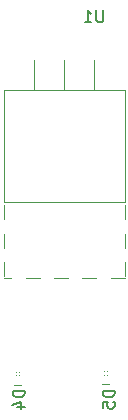
<source format=gbr>
%TF.GenerationSoftware,KiCad,Pcbnew,7.0.6*%
%TF.CreationDate,2023-07-25T16:44:31+08:00*%
%TF.ProjectId,LM350A_Liner_Power_KiCad,4c4d3335-3041-45f4-9c69-6e65725f506f,rev?*%
%TF.SameCoordinates,Original*%
%TF.FileFunction,Legend,Bot*%
%TF.FilePolarity,Positive*%
%FSLAX46Y46*%
G04 Gerber Fmt 4.6, Leading zero omitted, Abs format (unit mm)*
G04 Created by KiCad (PCBNEW 7.0.6) date 2023-07-25 16:44:31*
%MOMM*%
%LPD*%
G01*
G04 APERTURE LIST*
%ADD10C,0.150000*%
%ADD11C,0.120000*%
G04 APERTURE END LIST*
D10*
X156664819Y-118006905D02*
X155664819Y-118006905D01*
X155664819Y-118006905D02*
X155664819Y-118245000D01*
X155664819Y-118245000D02*
X155712438Y-118387857D01*
X155712438Y-118387857D02*
X155807676Y-118483095D01*
X155807676Y-118483095D02*
X155902914Y-118530714D01*
X155902914Y-118530714D02*
X156093390Y-118578333D01*
X156093390Y-118578333D02*
X156236247Y-118578333D01*
X156236247Y-118578333D02*
X156426723Y-118530714D01*
X156426723Y-118530714D02*
X156521961Y-118483095D01*
X156521961Y-118483095D02*
X156617200Y-118387857D01*
X156617200Y-118387857D02*
X156664819Y-118245000D01*
X156664819Y-118245000D02*
X156664819Y-118006905D01*
X155664819Y-119483095D02*
X155664819Y-119006905D01*
X155664819Y-119006905D02*
X156141009Y-118959286D01*
X156141009Y-118959286D02*
X156093390Y-119006905D01*
X156093390Y-119006905D02*
X156045771Y-119102143D01*
X156045771Y-119102143D02*
X156045771Y-119340238D01*
X156045771Y-119340238D02*
X156093390Y-119435476D01*
X156093390Y-119435476D02*
X156141009Y-119483095D01*
X156141009Y-119483095D02*
X156236247Y-119530714D01*
X156236247Y-119530714D02*
X156474342Y-119530714D01*
X156474342Y-119530714D02*
X156569580Y-119483095D01*
X156569580Y-119483095D02*
X156617200Y-119435476D01*
X156617200Y-119435476D02*
X156664819Y-119340238D01*
X156664819Y-119340238D02*
X156664819Y-119102143D01*
X156664819Y-119102143D02*
X156617200Y-119006905D01*
X156617200Y-119006905D02*
X156569580Y-118959286D01*
X155701904Y-85814819D02*
X155701904Y-86624342D01*
X155701904Y-86624342D02*
X155654285Y-86719580D01*
X155654285Y-86719580D02*
X155606666Y-86767200D01*
X155606666Y-86767200D02*
X155511428Y-86814819D01*
X155511428Y-86814819D02*
X155320952Y-86814819D01*
X155320952Y-86814819D02*
X155225714Y-86767200D01*
X155225714Y-86767200D02*
X155178095Y-86719580D01*
X155178095Y-86719580D02*
X155130476Y-86624342D01*
X155130476Y-86624342D02*
X155130476Y-85814819D01*
X154130476Y-86814819D02*
X154701904Y-86814819D01*
X154416190Y-86814819D02*
X154416190Y-85814819D01*
X154416190Y-85814819D02*
X154511428Y-85957676D01*
X154511428Y-85957676D02*
X154606666Y-86052914D01*
X154606666Y-86052914D02*
X154701904Y-86100533D01*
X149044819Y-118006905D02*
X148044819Y-118006905D01*
X148044819Y-118006905D02*
X148044819Y-118245000D01*
X148044819Y-118245000D02*
X148092438Y-118387857D01*
X148092438Y-118387857D02*
X148187676Y-118483095D01*
X148187676Y-118483095D02*
X148282914Y-118530714D01*
X148282914Y-118530714D02*
X148473390Y-118578333D01*
X148473390Y-118578333D02*
X148616247Y-118578333D01*
X148616247Y-118578333D02*
X148806723Y-118530714D01*
X148806723Y-118530714D02*
X148901961Y-118483095D01*
X148901961Y-118483095D02*
X148997200Y-118387857D01*
X148997200Y-118387857D02*
X149044819Y-118245000D01*
X149044819Y-118245000D02*
X149044819Y-118006905D01*
X148378152Y-119435476D02*
X149044819Y-119435476D01*
X147997200Y-119197381D02*
X148711485Y-118959286D01*
X148711485Y-118959286D02*
X148711485Y-119578333D01*
D11*
%TO.C,D5*%
X156032200Y-116357400D02*
X156032200Y-116357400D01*
X155778200Y-116357400D02*
X155778200Y-116357400D01*
X156032200Y-116662200D02*
X156032200Y-116662200D01*
X155778200Y-116662200D02*
X155778200Y-116662200D01*
X155600400Y-117475000D02*
X156210000Y-117475000D01*
%TO.C,U1*%
X157520000Y-108480000D02*
X156320000Y-108480000D01*
X157520000Y-107120000D02*
X157520000Y-108320000D01*
X157520000Y-104720000D02*
X157520000Y-105920000D01*
X157520000Y-102320000D02*
X157520000Y-103520000D01*
X157520000Y-102080000D02*
X147280000Y-102080000D01*
X157520000Y-92590000D02*
X157520000Y-102080000D01*
X157520000Y-92590000D02*
X147280000Y-92590000D01*
X155121000Y-108480000D02*
X153920000Y-108480000D01*
X154940000Y-90050000D02*
X154940000Y-92590000D01*
X152720000Y-108480000D02*
X151520000Y-108480000D01*
X152400000Y-90050000D02*
X152400000Y-92590000D01*
X150320000Y-108480000D02*
X149120000Y-108480000D01*
X149860000Y-90050000D02*
X149860000Y-92590000D01*
X147920000Y-108480000D02*
X147280000Y-108480000D01*
X147280000Y-107120000D02*
X147280000Y-108320000D01*
X147280000Y-104720000D02*
X147280000Y-105920000D01*
X147280000Y-102320000D02*
X147280000Y-103520000D01*
X147280000Y-92590000D02*
X147280000Y-102080000D01*
%TO.C,D4*%
X148564600Y-116408200D02*
X148564600Y-116408200D01*
X148310600Y-116408200D02*
X148310600Y-116408200D01*
X148564600Y-116713000D02*
X148564600Y-116713000D01*
X148310600Y-116713000D02*
X148310600Y-116713000D01*
X148132800Y-117525800D02*
X148742400Y-117525800D01*
%TD*%
M02*

</source>
